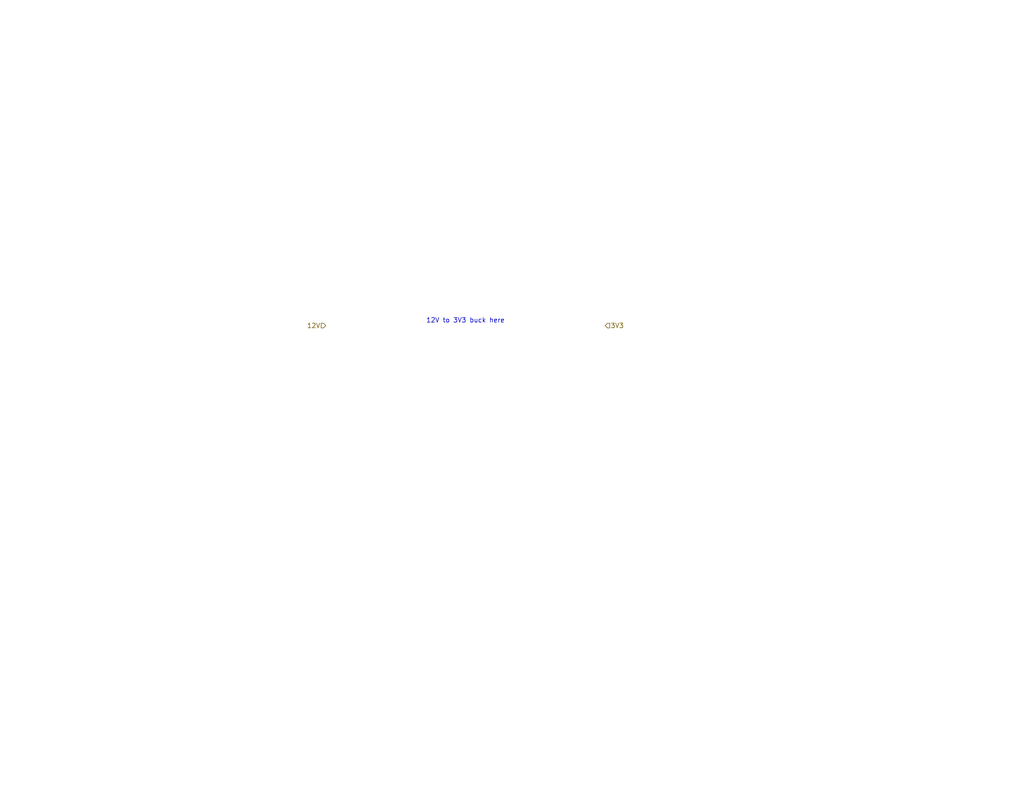
<source format=kicad_sch>
(kicad_sch
	(version 20250114)
	(generator "eeschema")
	(generator_version "9.0")
	(uuid "8298a393-93d2-420f-bff8-fb76c231b515")
	(paper "USLetter")
	(lib_symbols)
	(text "12V to 3V3 buck here"
		(exclude_from_sim no)
		(at 127 87.63 0)
		(effects
			(font
				(size 1.27 1.27)
			)
		)
		(uuid "5f91cd18-58ac-4690-810b-3970a14ccb07")
	)
	(hierarchical_label "3V3"
		(shape input)
		(at 165.1 88.9 0)
		(effects
			(font
				(size 1.27 1.27)
			)
			(justify left)
		)
		(uuid "ace26b28-baf5-4d64-b06e-165def21dfb5")
	)
	(hierarchical_label "12V"
		(shape input)
		(at 88.9 88.9 180)
		(effects
			(font
				(size 1.27 1.27)
			)
			(justify right)
		)
		(uuid "b6da8c56-5a9e-46da-bb11-945cf0cf5e1f")
	)
)

</source>
